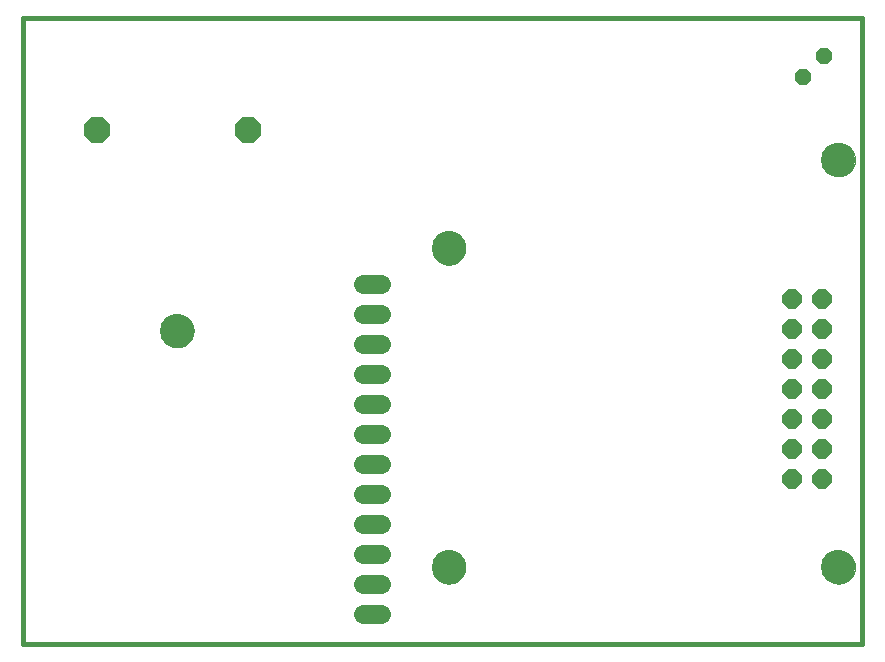
<source format=gbs>
G75*
%MOIN*%
%OFA0B0*%
%FSLAX25Y25*%
%IPPOS*%
%LPD*%
%AMOC8*
5,1,8,0,0,1.08239X$1,22.5*
%
%ADD10C,0.01600*%
%ADD11C,0.00000*%
%ADD12C,0.11424*%
%ADD13OC8,0.06400*%
%ADD14C,0.06400*%
%ADD15OC8,0.05600*%
%ADD16OC8,0.08900*%
D10*
X0001800Y0001800D02*
X0281328Y0001800D01*
X0281328Y0210461D01*
X0001800Y0210461D01*
X0001800Y0001800D01*
D11*
X0138020Y0027391D02*
X0138022Y0027539D01*
X0138028Y0027687D01*
X0138038Y0027835D01*
X0138052Y0027982D01*
X0138070Y0028129D01*
X0138091Y0028275D01*
X0138117Y0028421D01*
X0138147Y0028566D01*
X0138180Y0028710D01*
X0138218Y0028853D01*
X0138259Y0028995D01*
X0138304Y0029136D01*
X0138352Y0029276D01*
X0138405Y0029415D01*
X0138461Y0029552D01*
X0138521Y0029687D01*
X0138584Y0029821D01*
X0138651Y0029953D01*
X0138722Y0030083D01*
X0138796Y0030211D01*
X0138873Y0030337D01*
X0138954Y0030461D01*
X0139038Y0030583D01*
X0139125Y0030702D01*
X0139216Y0030819D01*
X0139310Y0030934D01*
X0139406Y0031046D01*
X0139506Y0031156D01*
X0139608Y0031262D01*
X0139714Y0031366D01*
X0139822Y0031467D01*
X0139933Y0031565D01*
X0140046Y0031661D01*
X0140162Y0031753D01*
X0140280Y0031842D01*
X0140401Y0031927D01*
X0140524Y0032010D01*
X0140649Y0032089D01*
X0140776Y0032165D01*
X0140905Y0032237D01*
X0141036Y0032306D01*
X0141169Y0032371D01*
X0141304Y0032432D01*
X0141440Y0032490D01*
X0141577Y0032545D01*
X0141716Y0032595D01*
X0141857Y0032642D01*
X0141998Y0032685D01*
X0142141Y0032725D01*
X0142285Y0032760D01*
X0142429Y0032792D01*
X0142575Y0032819D01*
X0142721Y0032843D01*
X0142868Y0032863D01*
X0143015Y0032879D01*
X0143162Y0032891D01*
X0143310Y0032899D01*
X0143458Y0032903D01*
X0143606Y0032903D01*
X0143754Y0032899D01*
X0143902Y0032891D01*
X0144049Y0032879D01*
X0144196Y0032863D01*
X0144343Y0032843D01*
X0144489Y0032819D01*
X0144635Y0032792D01*
X0144779Y0032760D01*
X0144923Y0032725D01*
X0145066Y0032685D01*
X0145207Y0032642D01*
X0145348Y0032595D01*
X0145487Y0032545D01*
X0145624Y0032490D01*
X0145760Y0032432D01*
X0145895Y0032371D01*
X0146028Y0032306D01*
X0146159Y0032237D01*
X0146288Y0032165D01*
X0146415Y0032089D01*
X0146540Y0032010D01*
X0146663Y0031927D01*
X0146784Y0031842D01*
X0146902Y0031753D01*
X0147018Y0031661D01*
X0147131Y0031565D01*
X0147242Y0031467D01*
X0147350Y0031366D01*
X0147456Y0031262D01*
X0147558Y0031156D01*
X0147658Y0031046D01*
X0147754Y0030934D01*
X0147848Y0030819D01*
X0147939Y0030702D01*
X0148026Y0030583D01*
X0148110Y0030461D01*
X0148191Y0030337D01*
X0148268Y0030211D01*
X0148342Y0030083D01*
X0148413Y0029953D01*
X0148480Y0029821D01*
X0148543Y0029687D01*
X0148603Y0029552D01*
X0148659Y0029415D01*
X0148712Y0029276D01*
X0148760Y0029136D01*
X0148805Y0028995D01*
X0148846Y0028853D01*
X0148884Y0028710D01*
X0148917Y0028566D01*
X0148947Y0028421D01*
X0148973Y0028275D01*
X0148994Y0028129D01*
X0149012Y0027982D01*
X0149026Y0027835D01*
X0149036Y0027687D01*
X0149042Y0027539D01*
X0149044Y0027391D01*
X0149042Y0027243D01*
X0149036Y0027095D01*
X0149026Y0026947D01*
X0149012Y0026800D01*
X0148994Y0026653D01*
X0148973Y0026507D01*
X0148947Y0026361D01*
X0148917Y0026216D01*
X0148884Y0026072D01*
X0148846Y0025929D01*
X0148805Y0025787D01*
X0148760Y0025646D01*
X0148712Y0025506D01*
X0148659Y0025367D01*
X0148603Y0025230D01*
X0148543Y0025095D01*
X0148480Y0024961D01*
X0148413Y0024829D01*
X0148342Y0024699D01*
X0148268Y0024571D01*
X0148191Y0024445D01*
X0148110Y0024321D01*
X0148026Y0024199D01*
X0147939Y0024080D01*
X0147848Y0023963D01*
X0147754Y0023848D01*
X0147658Y0023736D01*
X0147558Y0023626D01*
X0147456Y0023520D01*
X0147350Y0023416D01*
X0147242Y0023315D01*
X0147131Y0023217D01*
X0147018Y0023121D01*
X0146902Y0023029D01*
X0146784Y0022940D01*
X0146663Y0022855D01*
X0146540Y0022772D01*
X0146415Y0022693D01*
X0146288Y0022617D01*
X0146159Y0022545D01*
X0146028Y0022476D01*
X0145895Y0022411D01*
X0145760Y0022350D01*
X0145624Y0022292D01*
X0145487Y0022237D01*
X0145348Y0022187D01*
X0145207Y0022140D01*
X0145066Y0022097D01*
X0144923Y0022057D01*
X0144779Y0022022D01*
X0144635Y0021990D01*
X0144489Y0021963D01*
X0144343Y0021939D01*
X0144196Y0021919D01*
X0144049Y0021903D01*
X0143902Y0021891D01*
X0143754Y0021883D01*
X0143606Y0021879D01*
X0143458Y0021879D01*
X0143310Y0021883D01*
X0143162Y0021891D01*
X0143015Y0021903D01*
X0142868Y0021919D01*
X0142721Y0021939D01*
X0142575Y0021963D01*
X0142429Y0021990D01*
X0142285Y0022022D01*
X0142141Y0022057D01*
X0141998Y0022097D01*
X0141857Y0022140D01*
X0141716Y0022187D01*
X0141577Y0022237D01*
X0141440Y0022292D01*
X0141304Y0022350D01*
X0141169Y0022411D01*
X0141036Y0022476D01*
X0140905Y0022545D01*
X0140776Y0022617D01*
X0140649Y0022693D01*
X0140524Y0022772D01*
X0140401Y0022855D01*
X0140280Y0022940D01*
X0140162Y0023029D01*
X0140046Y0023121D01*
X0139933Y0023217D01*
X0139822Y0023315D01*
X0139714Y0023416D01*
X0139608Y0023520D01*
X0139506Y0023626D01*
X0139406Y0023736D01*
X0139310Y0023848D01*
X0139216Y0023963D01*
X0139125Y0024080D01*
X0139038Y0024199D01*
X0138954Y0024321D01*
X0138873Y0024445D01*
X0138796Y0024571D01*
X0138722Y0024699D01*
X0138651Y0024829D01*
X0138584Y0024961D01*
X0138521Y0025095D01*
X0138461Y0025230D01*
X0138405Y0025367D01*
X0138352Y0025506D01*
X0138304Y0025646D01*
X0138259Y0025787D01*
X0138218Y0025929D01*
X0138180Y0026072D01*
X0138147Y0026216D01*
X0138117Y0026361D01*
X0138091Y0026507D01*
X0138070Y0026653D01*
X0138052Y0026800D01*
X0138038Y0026947D01*
X0138028Y0027095D01*
X0138022Y0027243D01*
X0138020Y0027391D01*
X0047469Y0106131D02*
X0047471Y0106279D01*
X0047477Y0106427D01*
X0047487Y0106575D01*
X0047501Y0106722D01*
X0047519Y0106869D01*
X0047540Y0107015D01*
X0047566Y0107161D01*
X0047596Y0107306D01*
X0047629Y0107450D01*
X0047667Y0107593D01*
X0047708Y0107735D01*
X0047753Y0107876D01*
X0047801Y0108016D01*
X0047854Y0108155D01*
X0047910Y0108292D01*
X0047970Y0108427D01*
X0048033Y0108561D01*
X0048100Y0108693D01*
X0048171Y0108823D01*
X0048245Y0108951D01*
X0048322Y0109077D01*
X0048403Y0109201D01*
X0048487Y0109323D01*
X0048574Y0109442D01*
X0048665Y0109559D01*
X0048759Y0109674D01*
X0048855Y0109786D01*
X0048955Y0109896D01*
X0049057Y0110002D01*
X0049163Y0110106D01*
X0049271Y0110207D01*
X0049382Y0110305D01*
X0049495Y0110401D01*
X0049611Y0110493D01*
X0049729Y0110582D01*
X0049850Y0110667D01*
X0049973Y0110750D01*
X0050098Y0110829D01*
X0050225Y0110905D01*
X0050354Y0110977D01*
X0050485Y0111046D01*
X0050618Y0111111D01*
X0050753Y0111172D01*
X0050889Y0111230D01*
X0051026Y0111285D01*
X0051165Y0111335D01*
X0051306Y0111382D01*
X0051447Y0111425D01*
X0051590Y0111465D01*
X0051734Y0111500D01*
X0051878Y0111532D01*
X0052024Y0111559D01*
X0052170Y0111583D01*
X0052317Y0111603D01*
X0052464Y0111619D01*
X0052611Y0111631D01*
X0052759Y0111639D01*
X0052907Y0111643D01*
X0053055Y0111643D01*
X0053203Y0111639D01*
X0053351Y0111631D01*
X0053498Y0111619D01*
X0053645Y0111603D01*
X0053792Y0111583D01*
X0053938Y0111559D01*
X0054084Y0111532D01*
X0054228Y0111500D01*
X0054372Y0111465D01*
X0054515Y0111425D01*
X0054656Y0111382D01*
X0054797Y0111335D01*
X0054936Y0111285D01*
X0055073Y0111230D01*
X0055209Y0111172D01*
X0055344Y0111111D01*
X0055477Y0111046D01*
X0055608Y0110977D01*
X0055737Y0110905D01*
X0055864Y0110829D01*
X0055989Y0110750D01*
X0056112Y0110667D01*
X0056233Y0110582D01*
X0056351Y0110493D01*
X0056467Y0110401D01*
X0056580Y0110305D01*
X0056691Y0110207D01*
X0056799Y0110106D01*
X0056905Y0110002D01*
X0057007Y0109896D01*
X0057107Y0109786D01*
X0057203Y0109674D01*
X0057297Y0109559D01*
X0057388Y0109442D01*
X0057475Y0109323D01*
X0057559Y0109201D01*
X0057640Y0109077D01*
X0057717Y0108951D01*
X0057791Y0108823D01*
X0057862Y0108693D01*
X0057929Y0108561D01*
X0057992Y0108427D01*
X0058052Y0108292D01*
X0058108Y0108155D01*
X0058161Y0108016D01*
X0058209Y0107876D01*
X0058254Y0107735D01*
X0058295Y0107593D01*
X0058333Y0107450D01*
X0058366Y0107306D01*
X0058396Y0107161D01*
X0058422Y0107015D01*
X0058443Y0106869D01*
X0058461Y0106722D01*
X0058475Y0106575D01*
X0058485Y0106427D01*
X0058491Y0106279D01*
X0058493Y0106131D01*
X0058491Y0105983D01*
X0058485Y0105835D01*
X0058475Y0105687D01*
X0058461Y0105540D01*
X0058443Y0105393D01*
X0058422Y0105247D01*
X0058396Y0105101D01*
X0058366Y0104956D01*
X0058333Y0104812D01*
X0058295Y0104669D01*
X0058254Y0104527D01*
X0058209Y0104386D01*
X0058161Y0104246D01*
X0058108Y0104107D01*
X0058052Y0103970D01*
X0057992Y0103835D01*
X0057929Y0103701D01*
X0057862Y0103569D01*
X0057791Y0103439D01*
X0057717Y0103311D01*
X0057640Y0103185D01*
X0057559Y0103061D01*
X0057475Y0102939D01*
X0057388Y0102820D01*
X0057297Y0102703D01*
X0057203Y0102588D01*
X0057107Y0102476D01*
X0057007Y0102366D01*
X0056905Y0102260D01*
X0056799Y0102156D01*
X0056691Y0102055D01*
X0056580Y0101957D01*
X0056467Y0101861D01*
X0056351Y0101769D01*
X0056233Y0101680D01*
X0056112Y0101595D01*
X0055989Y0101512D01*
X0055864Y0101433D01*
X0055737Y0101357D01*
X0055608Y0101285D01*
X0055477Y0101216D01*
X0055344Y0101151D01*
X0055209Y0101090D01*
X0055073Y0101032D01*
X0054936Y0100977D01*
X0054797Y0100927D01*
X0054656Y0100880D01*
X0054515Y0100837D01*
X0054372Y0100797D01*
X0054228Y0100762D01*
X0054084Y0100730D01*
X0053938Y0100703D01*
X0053792Y0100679D01*
X0053645Y0100659D01*
X0053498Y0100643D01*
X0053351Y0100631D01*
X0053203Y0100623D01*
X0053055Y0100619D01*
X0052907Y0100619D01*
X0052759Y0100623D01*
X0052611Y0100631D01*
X0052464Y0100643D01*
X0052317Y0100659D01*
X0052170Y0100679D01*
X0052024Y0100703D01*
X0051878Y0100730D01*
X0051734Y0100762D01*
X0051590Y0100797D01*
X0051447Y0100837D01*
X0051306Y0100880D01*
X0051165Y0100927D01*
X0051026Y0100977D01*
X0050889Y0101032D01*
X0050753Y0101090D01*
X0050618Y0101151D01*
X0050485Y0101216D01*
X0050354Y0101285D01*
X0050225Y0101357D01*
X0050098Y0101433D01*
X0049973Y0101512D01*
X0049850Y0101595D01*
X0049729Y0101680D01*
X0049611Y0101769D01*
X0049495Y0101861D01*
X0049382Y0101957D01*
X0049271Y0102055D01*
X0049163Y0102156D01*
X0049057Y0102260D01*
X0048955Y0102366D01*
X0048855Y0102476D01*
X0048759Y0102588D01*
X0048665Y0102703D01*
X0048574Y0102820D01*
X0048487Y0102939D01*
X0048403Y0103061D01*
X0048322Y0103185D01*
X0048245Y0103311D01*
X0048171Y0103439D01*
X0048100Y0103569D01*
X0048033Y0103701D01*
X0047970Y0103835D01*
X0047910Y0103970D01*
X0047854Y0104107D01*
X0047801Y0104246D01*
X0047753Y0104386D01*
X0047708Y0104527D01*
X0047667Y0104669D01*
X0047629Y0104812D01*
X0047596Y0104956D01*
X0047566Y0105101D01*
X0047540Y0105247D01*
X0047519Y0105393D01*
X0047501Y0105540D01*
X0047487Y0105687D01*
X0047477Y0105835D01*
X0047471Y0105983D01*
X0047469Y0106131D01*
X0138020Y0133690D02*
X0138022Y0133838D01*
X0138028Y0133986D01*
X0138038Y0134134D01*
X0138052Y0134281D01*
X0138070Y0134428D01*
X0138091Y0134574D01*
X0138117Y0134720D01*
X0138147Y0134865D01*
X0138180Y0135009D01*
X0138218Y0135152D01*
X0138259Y0135294D01*
X0138304Y0135435D01*
X0138352Y0135575D01*
X0138405Y0135714D01*
X0138461Y0135851D01*
X0138521Y0135986D01*
X0138584Y0136120D01*
X0138651Y0136252D01*
X0138722Y0136382D01*
X0138796Y0136510D01*
X0138873Y0136636D01*
X0138954Y0136760D01*
X0139038Y0136882D01*
X0139125Y0137001D01*
X0139216Y0137118D01*
X0139310Y0137233D01*
X0139406Y0137345D01*
X0139506Y0137455D01*
X0139608Y0137561D01*
X0139714Y0137665D01*
X0139822Y0137766D01*
X0139933Y0137864D01*
X0140046Y0137960D01*
X0140162Y0138052D01*
X0140280Y0138141D01*
X0140401Y0138226D01*
X0140524Y0138309D01*
X0140649Y0138388D01*
X0140776Y0138464D01*
X0140905Y0138536D01*
X0141036Y0138605D01*
X0141169Y0138670D01*
X0141304Y0138731D01*
X0141440Y0138789D01*
X0141577Y0138844D01*
X0141716Y0138894D01*
X0141857Y0138941D01*
X0141998Y0138984D01*
X0142141Y0139024D01*
X0142285Y0139059D01*
X0142429Y0139091D01*
X0142575Y0139118D01*
X0142721Y0139142D01*
X0142868Y0139162D01*
X0143015Y0139178D01*
X0143162Y0139190D01*
X0143310Y0139198D01*
X0143458Y0139202D01*
X0143606Y0139202D01*
X0143754Y0139198D01*
X0143902Y0139190D01*
X0144049Y0139178D01*
X0144196Y0139162D01*
X0144343Y0139142D01*
X0144489Y0139118D01*
X0144635Y0139091D01*
X0144779Y0139059D01*
X0144923Y0139024D01*
X0145066Y0138984D01*
X0145207Y0138941D01*
X0145348Y0138894D01*
X0145487Y0138844D01*
X0145624Y0138789D01*
X0145760Y0138731D01*
X0145895Y0138670D01*
X0146028Y0138605D01*
X0146159Y0138536D01*
X0146288Y0138464D01*
X0146415Y0138388D01*
X0146540Y0138309D01*
X0146663Y0138226D01*
X0146784Y0138141D01*
X0146902Y0138052D01*
X0147018Y0137960D01*
X0147131Y0137864D01*
X0147242Y0137766D01*
X0147350Y0137665D01*
X0147456Y0137561D01*
X0147558Y0137455D01*
X0147658Y0137345D01*
X0147754Y0137233D01*
X0147848Y0137118D01*
X0147939Y0137001D01*
X0148026Y0136882D01*
X0148110Y0136760D01*
X0148191Y0136636D01*
X0148268Y0136510D01*
X0148342Y0136382D01*
X0148413Y0136252D01*
X0148480Y0136120D01*
X0148543Y0135986D01*
X0148603Y0135851D01*
X0148659Y0135714D01*
X0148712Y0135575D01*
X0148760Y0135435D01*
X0148805Y0135294D01*
X0148846Y0135152D01*
X0148884Y0135009D01*
X0148917Y0134865D01*
X0148947Y0134720D01*
X0148973Y0134574D01*
X0148994Y0134428D01*
X0149012Y0134281D01*
X0149026Y0134134D01*
X0149036Y0133986D01*
X0149042Y0133838D01*
X0149044Y0133690D01*
X0149042Y0133542D01*
X0149036Y0133394D01*
X0149026Y0133246D01*
X0149012Y0133099D01*
X0148994Y0132952D01*
X0148973Y0132806D01*
X0148947Y0132660D01*
X0148917Y0132515D01*
X0148884Y0132371D01*
X0148846Y0132228D01*
X0148805Y0132086D01*
X0148760Y0131945D01*
X0148712Y0131805D01*
X0148659Y0131666D01*
X0148603Y0131529D01*
X0148543Y0131394D01*
X0148480Y0131260D01*
X0148413Y0131128D01*
X0148342Y0130998D01*
X0148268Y0130870D01*
X0148191Y0130744D01*
X0148110Y0130620D01*
X0148026Y0130498D01*
X0147939Y0130379D01*
X0147848Y0130262D01*
X0147754Y0130147D01*
X0147658Y0130035D01*
X0147558Y0129925D01*
X0147456Y0129819D01*
X0147350Y0129715D01*
X0147242Y0129614D01*
X0147131Y0129516D01*
X0147018Y0129420D01*
X0146902Y0129328D01*
X0146784Y0129239D01*
X0146663Y0129154D01*
X0146540Y0129071D01*
X0146415Y0128992D01*
X0146288Y0128916D01*
X0146159Y0128844D01*
X0146028Y0128775D01*
X0145895Y0128710D01*
X0145760Y0128649D01*
X0145624Y0128591D01*
X0145487Y0128536D01*
X0145348Y0128486D01*
X0145207Y0128439D01*
X0145066Y0128396D01*
X0144923Y0128356D01*
X0144779Y0128321D01*
X0144635Y0128289D01*
X0144489Y0128262D01*
X0144343Y0128238D01*
X0144196Y0128218D01*
X0144049Y0128202D01*
X0143902Y0128190D01*
X0143754Y0128182D01*
X0143606Y0128178D01*
X0143458Y0128178D01*
X0143310Y0128182D01*
X0143162Y0128190D01*
X0143015Y0128202D01*
X0142868Y0128218D01*
X0142721Y0128238D01*
X0142575Y0128262D01*
X0142429Y0128289D01*
X0142285Y0128321D01*
X0142141Y0128356D01*
X0141998Y0128396D01*
X0141857Y0128439D01*
X0141716Y0128486D01*
X0141577Y0128536D01*
X0141440Y0128591D01*
X0141304Y0128649D01*
X0141169Y0128710D01*
X0141036Y0128775D01*
X0140905Y0128844D01*
X0140776Y0128916D01*
X0140649Y0128992D01*
X0140524Y0129071D01*
X0140401Y0129154D01*
X0140280Y0129239D01*
X0140162Y0129328D01*
X0140046Y0129420D01*
X0139933Y0129516D01*
X0139822Y0129614D01*
X0139714Y0129715D01*
X0139608Y0129819D01*
X0139506Y0129925D01*
X0139406Y0130035D01*
X0139310Y0130147D01*
X0139216Y0130262D01*
X0139125Y0130379D01*
X0139038Y0130498D01*
X0138954Y0130620D01*
X0138873Y0130744D01*
X0138796Y0130870D01*
X0138722Y0130998D01*
X0138651Y0131128D01*
X0138584Y0131260D01*
X0138521Y0131394D01*
X0138461Y0131529D01*
X0138405Y0131666D01*
X0138352Y0131805D01*
X0138304Y0131945D01*
X0138259Y0132086D01*
X0138218Y0132228D01*
X0138180Y0132371D01*
X0138147Y0132515D01*
X0138117Y0132660D01*
X0138091Y0132806D01*
X0138070Y0132952D01*
X0138052Y0133099D01*
X0138038Y0133246D01*
X0138028Y0133394D01*
X0138022Y0133542D01*
X0138020Y0133690D01*
X0267942Y0163217D02*
X0267944Y0163365D01*
X0267950Y0163513D01*
X0267960Y0163661D01*
X0267974Y0163808D01*
X0267992Y0163955D01*
X0268013Y0164101D01*
X0268039Y0164247D01*
X0268069Y0164392D01*
X0268102Y0164536D01*
X0268140Y0164679D01*
X0268181Y0164821D01*
X0268226Y0164962D01*
X0268274Y0165102D01*
X0268327Y0165241D01*
X0268383Y0165378D01*
X0268443Y0165513D01*
X0268506Y0165647D01*
X0268573Y0165779D01*
X0268644Y0165909D01*
X0268718Y0166037D01*
X0268795Y0166163D01*
X0268876Y0166287D01*
X0268960Y0166409D01*
X0269047Y0166528D01*
X0269138Y0166645D01*
X0269232Y0166760D01*
X0269328Y0166872D01*
X0269428Y0166982D01*
X0269530Y0167088D01*
X0269636Y0167192D01*
X0269744Y0167293D01*
X0269855Y0167391D01*
X0269968Y0167487D01*
X0270084Y0167579D01*
X0270202Y0167668D01*
X0270323Y0167753D01*
X0270446Y0167836D01*
X0270571Y0167915D01*
X0270698Y0167991D01*
X0270827Y0168063D01*
X0270958Y0168132D01*
X0271091Y0168197D01*
X0271226Y0168258D01*
X0271362Y0168316D01*
X0271499Y0168371D01*
X0271638Y0168421D01*
X0271779Y0168468D01*
X0271920Y0168511D01*
X0272063Y0168551D01*
X0272207Y0168586D01*
X0272351Y0168618D01*
X0272497Y0168645D01*
X0272643Y0168669D01*
X0272790Y0168689D01*
X0272937Y0168705D01*
X0273084Y0168717D01*
X0273232Y0168725D01*
X0273380Y0168729D01*
X0273528Y0168729D01*
X0273676Y0168725D01*
X0273824Y0168717D01*
X0273971Y0168705D01*
X0274118Y0168689D01*
X0274265Y0168669D01*
X0274411Y0168645D01*
X0274557Y0168618D01*
X0274701Y0168586D01*
X0274845Y0168551D01*
X0274988Y0168511D01*
X0275129Y0168468D01*
X0275270Y0168421D01*
X0275409Y0168371D01*
X0275546Y0168316D01*
X0275682Y0168258D01*
X0275817Y0168197D01*
X0275950Y0168132D01*
X0276081Y0168063D01*
X0276210Y0167991D01*
X0276337Y0167915D01*
X0276462Y0167836D01*
X0276585Y0167753D01*
X0276706Y0167668D01*
X0276824Y0167579D01*
X0276940Y0167487D01*
X0277053Y0167391D01*
X0277164Y0167293D01*
X0277272Y0167192D01*
X0277378Y0167088D01*
X0277480Y0166982D01*
X0277580Y0166872D01*
X0277676Y0166760D01*
X0277770Y0166645D01*
X0277861Y0166528D01*
X0277948Y0166409D01*
X0278032Y0166287D01*
X0278113Y0166163D01*
X0278190Y0166037D01*
X0278264Y0165909D01*
X0278335Y0165779D01*
X0278402Y0165647D01*
X0278465Y0165513D01*
X0278525Y0165378D01*
X0278581Y0165241D01*
X0278634Y0165102D01*
X0278682Y0164962D01*
X0278727Y0164821D01*
X0278768Y0164679D01*
X0278806Y0164536D01*
X0278839Y0164392D01*
X0278869Y0164247D01*
X0278895Y0164101D01*
X0278916Y0163955D01*
X0278934Y0163808D01*
X0278948Y0163661D01*
X0278958Y0163513D01*
X0278964Y0163365D01*
X0278966Y0163217D01*
X0278964Y0163069D01*
X0278958Y0162921D01*
X0278948Y0162773D01*
X0278934Y0162626D01*
X0278916Y0162479D01*
X0278895Y0162333D01*
X0278869Y0162187D01*
X0278839Y0162042D01*
X0278806Y0161898D01*
X0278768Y0161755D01*
X0278727Y0161613D01*
X0278682Y0161472D01*
X0278634Y0161332D01*
X0278581Y0161193D01*
X0278525Y0161056D01*
X0278465Y0160921D01*
X0278402Y0160787D01*
X0278335Y0160655D01*
X0278264Y0160525D01*
X0278190Y0160397D01*
X0278113Y0160271D01*
X0278032Y0160147D01*
X0277948Y0160025D01*
X0277861Y0159906D01*
X0277770Y0159789D01*
X0277676Y0159674D01*
X0277580Y0159562D01*
X0277480Y0159452D01*
X0277378Y0159346D01*
X0277272Y0159242D01*
X0277164Y0159141D01*
X0277053Y0159043D01*
X0276940Y0158947D01*
X0276824Y0158855D01*
X0276706Y0158766D01*
X0276585Y0158681D01*
X0276462Y0158598D01*
X0276337Y0158519D01*
X0276210Y0158443D01*
X0276081Y0158371D01*
X0275950Y0158302D01*
X0275817Y0158237D01*
X0275682Y0158176D01*
X0275546Y0158118D01*
X0275409Y0158063D01*
X0275270Y0158013D01*
X0275129Y0157966D01*
X0274988Y0157923D01*
X0274845Y0157883D01*
X0274701Y0157848D01*
X0274557Y0157816D01*
X0274411Y0157789D01*
X0274265Y0157765D01*
X0274118Y0157745D01*
X0273971Y0157729D01*
X0273824Y0157717D01*
X0273676Y0157709D01*
X0273528Y0157705D01*
X0273380Y0157705D01*
X0273232Y0157709D01*
X0273084Y0157717D01*
X0272937Y0157729D01*
X0272790Y0157745D01*
X0272643Y0157765D01*
X0272497Y0157789D01*
X0272351Y0157816D01*
X0272207Y0157848D01*
X0272063Y0157883D01*
X0271920Y0157923D01*
X0271779Y0157966D01*
X0271638Y0158013D01*
X0271499Y0158063D01*
X0271362Y0158118D01*
X0271226Y0158176D01*
X0271091Y0158237D01*
X0270958Y0158302D01*
X0270827Y0158371D01*
X0270698Y0158443D01*
X0270571Y0158519D01*
X0270446Y0158598D01*
X0270323Y0158681D01*
X0270202Y0158766D01*
X0270084Y0158855D01*
X0269968Y0158947D01*
X0269855Y0159043D01*
X0269744Y0159141D01*
X0269636Y0159242D01*
X0269530Y0159346D01*
X0269428Y0159452D01*
X0269328Y0159562D01*
X0269232Y0159674D01*
X0269138Y0159789D01*
X0269047Y0159906D01*
X0268960Y0160025D01*
X0268876Y0160147D01*
X0268795Y0160271D01*
X0268718Y0160397D01*
X0268644Y0160525D01*
X0268573Y0160655D01*
X0268506Y0160787D01*
X0268443Y0160921D01*
X0268383Y0161056D01*
X0268327Y0161193D01*
X0268274Y0161332D01*
X0268226Y0161472D01*
X0268181Y0161613D01*
X0268140Y0161755D01*
X0268102Y0161898D01*
X0268069Y0162042D01*
X0268039Y0162187D01*
X0268013Y0162333D01*
X0267992Y0162479D01*
X0267974Y0162626D01*
X0267960Y0162773D01*
X0267950Y0162921D01*
X0267944Y0163069D01*
X0267942Y0163217D01*
X0267942Y0027391D02*
X0267944Y0027539D01*
X0267950Y0027687D01*
X0267960Y0027835D01*
X0267974Y0027982D01*
X0267992Y0028129D01*
X0268013Y0028275D01*
X0268039Y0028421D01*
X0268069Y0028566D01*
X0268102Y0028710D01*
X0268140Y0028853D01*
X0268181Y0028995D01*
X0268226Y0029136D01*
X0268274Y0029276D01*
X0268327Y0029415D01*
X0268383Y0029552D01*
X0268443Y0029687D01*
X0268506Y0029821D01*
X0268573Y0029953D01*
X0268644Y0030083D01*
X0268718Y0030211D01*
X0268795Y0030337D01*
X0268876Y0030461D01*
X0268960Y0030583D01*
X0269047Y0030702D01*
X0269138Y0030819D01*
X0269232Y0030934D01*
X0269328Y0031046D01*
X0269428Y0031156D01*
X0269530Y0031262D01*
X0269636Y0031366D01*
X0269744Y0031467D01*
X0269855Y0031565D01*
X0269968Y0031661D01*
X0270084Y0031753D01*
X0270202Y0031842D01*
X0270323Y0031927D01*
X0270446Y0032010D01*
X0270571Y0032089D01*
X0270698Y0032165D01*
X0270827Y0032237D01*
X0270958Y0032306D01*
X0271091Y0032371D01*
X0271226Y0032432D01*
X0271362Y0032490D01*
X0271499Y0032545D01*
X0271638Y0032595D01*
X0271779Y0032642D01*
X0271920Y0032685D01*
X0272063Y0032725D01*
X0272207Y0032760D01*
X0272351Y0032792D01*
X0272497Y0032819D01*
X0272643Y0032843D01*
X0272790Y0032863D01*
X0272937Y0032879D01*
X0273084Y0032891D01*
X0273232Y0032899D01*
X0273380Y0032903D01*
X0273528Y0032903D01*
X0273676Y0032899D01*
X0273824Y0032891D01*
X0273971Y0032879D01*
X0274118Y0032863D01*
X0274265Y0032843D01*
X0274411Y0032819D01*
X0274557Y0032792D01*
X0274701Y0032760D01*
X0274845Y0032725D01*
X0274988Y0032685D01*
X0275129Y0032642D01*
X0275270Y0032595D01*
X0275409Y0032545D01*
X0275546Y0032490D01*
X0275682Y0032432D01*
X0275817Y0032371D01*
X0275950Y0032306D01*
X0276081Y0032237D01*
X0276210Y0032165D01*
X0276337Y0032089D01*
X0276462Y0032010D01*
X0276585Y0031927D01*
X0276706Y0031842D01*
X0276824Y0031753D01*
X0276940Y0031661D01*
X0277053Y0031565D01*
X0277164Y0031467D01*
X0277272Y0031366D01*
X0277378Y0031262D01*
X0277480Y0031156D01*
X0277580Y0031046D01*
X0277676Y0030934D01*
X0277770Y0030819D01*
X0277861Y0030702D01*
X0277948Y0030583D01*
X0278032Y0030461D01*
X0278113Y0030337D01*
X0278190Y0030211D01*
X0278264Y0030083D01*
X0278335Y0029953D01*
X0278402Y0029821D01*
X0278465Y0029687D01*
X0278525Y0029552D01*
X0278581Y0029415D01*
X0278634Y0029276D01*
X0278682Y0029136D01*
X0278727Y0028995D01*
X0278768Y0028853D01*
X0278806Y0028710D01*
X0278839Y0028566D01*
X0278869Y0028421D01*
X0278895Y0028275D01*
X0278916Y0028129D01*
X0278934Y0027982D01*
X0278948Y0027835D01*
X0278958Y0027687D01*
X0278964Y0027539D01*
X0278966Y0027391D01*
X0278964Y0027243D01*
X0278958Y0027095D01*
X0278948Y0026947D01*
X0278934Y0026800D01*
X0278916Y0026653D01*
X0278895Y0026507D01*
X0278869Y0026361D01*
X0278839Y0026216D01*
X0278806Y0026072D01*
X0278768Y0025929D01*
X0278727Y0025787D01*
X0278682Y0025646D01*
X0278634Y0025506D01*
X0278581Y0025367D01*
X0278525Y0025230D01*
X0278465Y0025095D01*
X0278402Y0024961D01*
X0278335Y0024829D01*
X0278264Y0024699D01*
X0278190Y0024571D01*
X0278113Y0024445D01*
X0278032Y0024321D01*
X0277948Y0024199D01*
X0277861Y0024080D01*
X0277770Y0023963D01*
X0277676Y0023848D01*
X0277580Y0023736D01*
X0277480Y0023626D01*
X0277378Y0023520D01*
X0277272Y0023416D01*
X0277164Y0023315D01*
X0277053Y0023217D01*
X0276940Y0023121D01*
X0276824Y0023029D01*
X0276706Y0022940D01*
X0276585Y0022855D01*
X0276462Y0022772D01*
X0276337Y0022693D01*
X0276210Y0022617D01*
X0276081Y0022545D01*
X0275950Y0022476D01*
X0275817Y0022411D01*
X0275682Y0022350D01*
X0275546Y0022292D01*
X0275409Y0022237D01*
X0275270Y0022187D01*
X0275129Y0022140D01*
X0274988Y0022097D01*
X0274845Y0022057D01*
X0274701Y0022022D01*
X0274557Y0021990D01*
X0274411Y0021963D01*
X0274265Y0021939D01*
X0274118Y0021919D01*
X0273971Y0021903D01*
X0273824Y0021891D01*
X0273676Y0021883D01*
X0273528Y0021879D01*
X0273380Y0021879D01*
X0273232Y0021883D01*
X0273084Y0021891D01*
X0272937Y0021903D01*
X0272790Y0021919D01*
X0272643Y0021939D01*
X0272497Y0021963D01*
X0272351Y0021990D01*
X0272207Y0022022D01*
X0272063Y0022057D01*
X0271920Y0022097D01*
X0271779Y0022140D01*
X0271638Y0022187D01*
X0271499Y0022237D01*
X0271362Y0022292D01*
X0271226Y0022350D01*
X0271091Y0022411D01*
X0270958Y0022476D01*
X0270827Y0022545D01*
X0270698Y0022617D01*
X0270571Y0022693D01*
X0270446Y0022772D01*
X0270323Y0022855D01*
X0270202Y0022940D01*
X0270084Y0023029D01*
X0269968Y0023121D01*
X0269855Y0023217D01*
X0269744Y0023315D01*
X0269636Y0023416D01*
X0269530Y0023520D01*
X0269428Y0023626D01*
X0269328Y0023736D01*
X0269232Y0023848D01*
X0269138Y0023963D01*
X0269047Y0024080D01*
X0268960Y0024199D01*
X0268876Y0024321D01*
X0268795Y0024445D01*
X0268718Y0024571D01*
X0268644Y0024699D01*
X0268573Y0024829D01*
X0268506Y0024961D01*
X0268443Y0025095D01*
X0268383Y0025230D01*
X0268327Y0025367D01*
X0268274Y0025506D01*
X0268226Y0025646D01*
X0268181Y0025787D01*
X0268140Y0025929D01*
X0268102Y0026072D01*
X0268069Y0026216D01*
X0268039Y0026361D01*
X0268013Y0026507D01*
X0267992Y0026653D01*
X0267974Y0026800D01*
X0267960Y0026947D01*
X0267950Y0027095D01*
X0267944Y0027243D01*
X0267942Y0027391D01*
D12*
X0273454Y0027391D03*
X0143532Y0027391D03*
X0052981Y0106131D03*
X0143532Y0133690D03*
X0273454Y0163217D03*
D13*
X0267863Y0116800D03*
X0257863Y0116800D03*
X0257863Y0106800D03*
X0267863Y0106800D03*
X0267863Y0096800D03*
X0257863Y0096800D03*
X0257863Y0086800D03*
X0267863Y0086800D03*
X0267863Y0076800D03*
X0257863Y0076800D03*
X0257863Y0066800D03*
X0267863Y0066800D03*
X0267863Y0056800D03*
X0257863Y0056800D03*
D14*
X0120863Y0051800D02*
X0114863Y0051800D01*
X0114863Y0041800D02*
X0120863Y0041800D01*
X0120863Y0031800D02*
X0114863Y0031800D01*
X0114863Y0021800D02*
X0120863Y0021800D01*
X0120863Y0011800D02*
X0114863Y0011800D01*
X0114863Y0061800D02*
X0120863Y0061800D01*
X0120863Y0071800D02*
X0114863Y0071800D01*
X0114863Y0081800D02*
X0120863Y0081800D01*
X0120863Y0091800D02*
X0114863Y0091800D01*
X0114863Y0101800D02*
X0120863Y0101800D01*
X0120863Y0111800D02*
X0114863Y0111800D01*
X0114863Y0121800D02*
X0120863Y0121800D01*
D15*
X0261646Y0190800D03*
X0268646Y0197800D03*
D16*
X0076603Y0173060D03*
X0026209Y0173060D03*
M02*

</source>
